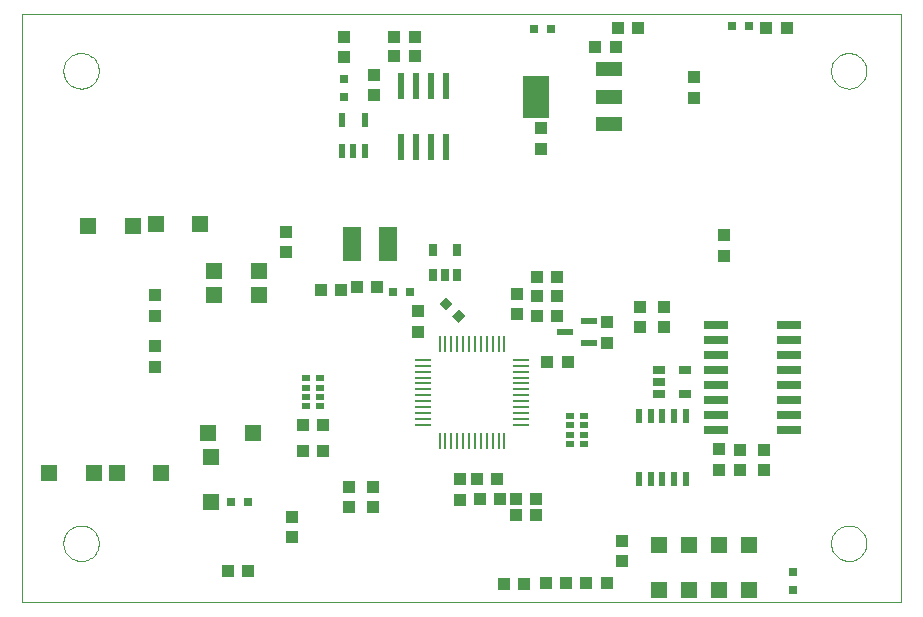
<source format=gtp>
G75*
%MOIN*%
%OFA0B0*%
%FSLAX24Y24*%
%IPPOS*%
%LPD*%
%AMOC8*
5,1,8,0,0,1.08239X$1,22.5*
%
%ADD10C,0.0000*%
%ADD11R,0.0413X0.0425*%
%ADD12R,0.0425X0.0413*%
%ADD13R,0.0433X0.0394*%
%ADD14R,0.0236X0.0866*%
%ADD15R,0.0580X0.0110*%
%ADD16R,0.0110X0.0580*%
%ADD17R,0.0880X0.0480*%
%ADD18R,0.0866X0.1417*%
%ADD19R,0.0551X0.0551*%
%ADD20R,0.0217X0.0472*%
%ADD21R,0.0520X0.0230*%
%ADD22R,0.0394X0.0433*%
%ADD23R,0.0228X0.0512*%
%ADD24R,0.0315X0.0315*%
%ADD25R,0.0800X0.0260*%
%ADD26R,0.0300X0.0400*%
%ADD27R,0.0400X0.0300*%
%ADD28R,0.0256X0.0197*%
%ADD29R,0.0591X0.1142*%
%ADD30R,0.0315X0.0315*%
D10*
X000150Y004729D02*
X000150Y024329D01*
X029450Y024329D01*
X029450Y004729D01*
X000150Y004729D01*
X001528Y006697D02*
X001530Y006745D01*
X001536Y006793D01*
X001546Y006840D01*
X001559Y006886D01*
X001577Y006931D01*
X001597Y006975D01*
X001622Y007017D01*
X001650Y007056D01*
X001680Y007093D01*
X001714Y007127D01*
X001751Y007159D01*
X001789Y007188D01*
X001830Y007213D01*
X001873Y007235D01*
X001918Y007253D01*
X001964Y007267D01*
X002011Y007278D01*
X002059Y007285D01*
X002107Y007288D01*
X002155Y007287D01*
X002203Y007282D01*
X002251Y007273D01*
X002297Y007261D01*
X002342Y007244D01*
X002386Y007224D01*
X002428Y007201D01*
X002468Y007174D01*
X002506Y007144D01*
X002541Y007111D01*
X002573Y007075D01*
X002603Y007037D01*
X002629Y006996D01*
X002651Y006953D01*
X002671Y006909D01*
X002686Y006864D01*
X002698Y006817D01*
X002706Y006769D01*
X002710Y006721D01*
X002710Y006673D01*
X002706Y006625D01*
X002698Y006577D01*
X002686Y006530D01*
X002671Y006485D01*
X002651Y006441D01*
X002629Y006398D01*
X002603Y006357D01*
X002573Y006319D01*
X002541Y006283D01*
X002506Y006250D01*
X002468Y006220D01*
X002428Y006193D01*
X002386Y006170D01*
X002342Y006150D01*
X002297Y006133D01*
X002251Y006121D01*
X002203Y006112D01*
X002155Y006107D01*
X002107Y006106D01*
X002059Y006109D01*
X002011Y006116D01*
X001964Y006127D01*
X001918Y006141D01*
X001873Y006159D01*
X001830Y006181D01*
X001789Y006206D01*
X001751Y006235D01*
X001714Y006267D01*
X001680Y006301D01*
X001650Y006338D01*
X001622Y006377D01*
X001597Y006419D01*
X001577Y006463D01*
X001559Y006508D01*
X001546Y006554D01*
X001536Y006601D01*
X001530Y006649D01*
X001528Y006697D01*
X001528Y022445D02*
X001530Y022493D01*
X001536Y022541D01*
X001546Y022588D01*
X001559Y022634D01*
X001577Y022679D01*
X001597Y022723D01*
X001622Y022765D01*
X001650Y022804D01*
X001680Y022841D01*
X001714Y022875D01*
X001751Y022907D01*
X001789Y022936D01*
X001830Y022961D01*
X001873Y022983D01*
X001918Y023001D01*
X001964Y023015D01*
X002011Y023026D01*
X002059Y023033D01*
X002107Y023036D01*
X002155Y023035D01*
X002203Y023030D01*
X002251Y023021D01*
X002297Y023009D01*
X002342Y022992D01*
X002386Y022972D01*
X002428Y022949D01*
X002468Y022922D01*
X002506Y022892D01*
X002541Y022859D01*
X002573Y022823D01*
X002603Y022785D01*
X002629Y022744D01*
X002651Y022701D01*
X002671Y022657D01*
X002686Y022612D01*
X002698Y022565D01*
X002706Y022517D01*
X002710Y022469D01*
X002710Y022421D01*
X002706Y022373D01*
X002698Y022325D01*
X002686Y022278D01*
X002671Y022233D01*
X002651Y022189D01*
X002629Y022146D01*
X002603Y022105D01*
X002573Y022067D01*
X002541Y022031D01*
X002506Y021998D01*
X002468Y021968D01*
X002428Y021941D01*
X002386Y021918D01*
X002342Y021898D01*
X002297Y021881D01*
X002251Y021869D01*
X002203Y021860D01*
X002155Y021855D01*
X002107Y021854D01*
X002059Y021857D01*
X002011Y021864D01*
X001964Y021875D01*
X001918Y021889D01*
X001873Y021907D01*
X001830Y021929D01*
X001789Y021954D01*
X001751Y021983D01*
X001714Y022015D01*
X001680Y022049D01*
X001650Y022086D01*
X001622Y022125D01*
X001597Y022167D01*
X001577Y022211D01*
X001559Y022256D01*
X001546Y022302D01*
X001536Y022349D01*
X001530Y022397D01*
X001528Y022445D01*
X027118Y022445D02*
X027120Y022493D01*
X027126Y022541D01*
X027136Y022588D01*
X027149Y022634D01*
X027167Y022679D01*
X027187Y022723D01*
X027212Y022765D01*
X027240Y022804D01*
X027270Y022841D01*
X027304Y022875D01*
X027341Y022907D01*
X027379Y022936D01*
X027420Y022961D01*
X027463Y022983D01*
X027508Y023001D01*
X027554Y023015D01*
X027601Y023026D01*
X027649Y023033D01*
X027697Y023036D01*
X027745Y023035D01*
X027793Y023030D01*
X027841Y023021D01*
X027887Y023009D01*
X027932Y022992D01*
X027976Y022972D01*
X028018Y022949D01*
X028058Y022922D01*
X028096Y022892D01*
X028131Y022859D01*
X028163Y022823D01*
X028193Y022785D01*
X028219Y022744D01*
X028241Y022701D01*
X028261Y022657D01*
X028276Y022612D01*
X028288Y022565D01*
X028296Y022517D01*
X028300Y022469D01*
X028300Y022421D01*
X028296Y022373D01*
X028288Y022325D01*
X028276Y022278D01*
X028261Y022233D01*
X028241Y022189D01*
X028219Y022146D01*
X028193Y022105D01*
X028163Y022067D01*
X028131Y022031D01*
X028096Y021998D01*
X028058Y021968D01*
X028018Y021941D01*
X027976Y021918D01*
X027932Y021898D01*
X027887Y021881D01*
X027841Y021869D01*
X027793Y021860D01*
X027745Y021855D01*
X027697Y021854D01*
X027649Y021857D01*
X027601Y021864D01*
X027554Y021875D01*
X027508Y021889D01*
X027463Y021907D01*
X027420Y021929D01*
X027379Y021954D01*
X027341Y021983D01*
X027304Y022015D01*
X027270Y022049D01*
X027240Y022086D01*
X027212Y022125D01*
X027187Y022167D01*
X027167Y022211D01*
X027149Y022256D01*
X027136Y022302D01*
X027126Y022349D01*
X027120Y022397D01*
X027118Y022445D01*
X027118Y006697D02*
X027120Y006745D01*
X027126Y006793D01*
X027136Y006840D01*
X027149Y006886D01*
X027167Y006931D01*
X027187Y006975D01*
X027212Y007017D01*
X027240Y007056D01*
X027270Y007093D01*
X027304Y007127D01*
X027341Y007159D01*
X027379Y007188D01*
X027420Y007213D01*
X027463Y007235D01*
X027508Y007253D01*
X027554Y007267D01*
X027601Y007278D01*
X027649Y007285D01*
X027697Y007288D01*
X027745Y007287D01*
X027793Y007282D01*
X027841Y007273D01*
X027887Y007261D01*
X027932Y007244D01*
X027976Y007224D01*
X028018Y007201D01*
X028058Y007174D01*
X028096Y007144D01*
X028131Y007111D01*
X028163Y007075D01*
X028193Y007037D01*
X028219Y006996D01*
X028241Y006953D01*
X028261Y006909D01*
X028276Y006864D01*
X028288Y006817D01*
X028296Y006769D01*
X028300Y006721D01*
X028300Y006673D01*
X028296Y006625D01*
X028288Y006577D01*
X028276Y006530D01*
X028261Y006485D01*
X028241Y006441D01*
X028219Y006398D01*
X028193Y006357D01*
X028163Y006319D01*
X028131Y006283D01*
X028096Y006250D01*
X028058Y006220D01*
X028018Y006193D01*
X027976Y006170D01*
X027932Y006150D01*
X027887Y006133D01*
X027841Y006121D01*
X027793Y006112D01*
X027745Y006107D01*
X027697Y006106D01*
X027649Y006109D01*
X027601Y006116D01*
X027554Y006127D01*
X027508Y006141D01*
X027463Y006159D01*
X027420Y006181D01*
X027379Y006206D01*
X027341Y006235D01*
X027304Y006267D01*
X027270Y006301D01*
X027240Y006338D01*
X027212Y006377D01*
X027187Y006419D01*
X027167Y006463D01*
X027149Y006508D01*
X027136Y006554D01*
X027126Y006601D01*
X027120Y006649D01*
X027118Y006697D01*
D11*
X018344Y012729D03*
X017656Y012729D03*
X017994Y014929D03*
X017306Y014929D03*
X015994Y008829D03*
X015306Y008829D03*
X016606Y008179D03*
X016606Y007629D03*
X017294Y007629D03*
X017294Y008179D03*
X019256Y023229D03*
X019944Y023229D03*
X013244Y023579D03*
X012556Y023579D03*
D12*
X017450Y020523D03*
X017450Y019834D03*
X022550Y021534D03*
X022550Y022223D03*
X023550Y016973D03*
X023550Y016284D03*
X019650Y014073D03*
X019650Y013384D03*
X023400Y009823D03*
X023400Y009134D03*
X014750Y008823D03*
X014750Y008134D03*
X013350Y013734D03*
X013350Y014423D03*
X004600Y014284D03*
X004600Y014973D03*
X004600Y013273D03*
X004600Y012584D03*
D13*
X008950Y016394D03*
X008950Y017063D03*
X011900Y021644D03*
X011900Y022313D03*
X010900Y022894D03*
X010900Y023563D03*
X016650Y015013D03*
X016650Y014344D03*
X020750Y014563D03*
X020750Y013894D03*
X021550Y013894D03*
X021550Y014563D03*
X024100Y009813D03*
X024100Y009144D03*
X024900Y009144D03*
X024900Y009813D03*
X020150Y006763D03*
X020150Y006094D03*
X011850Y007894D03*
X011850Y008563D03*
X011050Y008563D03*
X011050Y007894D03*
X009150Y007563D03*
X009150Y006894D03*
D14*
X012800Y019905D03*
X013300Y019905D03*
X013800Y019905D03*
X014300Y019905D03*
X014300Y021952D03*
X013800Y021952D03*
X013300Y021952D03*
X012800Y021952D03*
D15*
X013530Y012809D03*
X013530Y012619D03*
X013530Y012419D03*
X013530Y012219D03*
X013530Y012029D03*
X013530Y011829D03*
X013530Y011629D03*
X013530Y011429D03*
X013530Y011239D03*
X013530Y011039D03*
X013530Y010839D03*
X013530Y010649D03*
X016770Y010649D03*
X016770Y010839D03*
X016770Y011039D03*
X016770Y011239D03*
X016770Y011429D03*
X016770Y011629D03*
X016770Y011829D03*
X016770Y012029D03*
X016770Y012219D03*
X016770Y012419D03*
X016770Y012619D03*
X016770Y012809D03*
D16*
X016230Y013349D03*
X016040Y013349D03*
X015840Y013349D03*
X015640Y013349D03*
X015450Y013349D03*
X015250Y013349D03*
X015050Y013349D03*
X014850Y013349D03*
X014660Y013349D03*
X014460Y013349D03*
X014260Y013349D03*
X014070Y013349D03*
X014070Y010109D03*
X014260Y010109D03*
X014460Y010109D03*
X014660Y010109D03*
X014850Y010109D03*
X015050Y010109D03*
X015250Y010109D03*
X015450Y010109D03*
X015640Y010109D03*
X015840Y010109D03*
X016040Y010109D03*
X016230Y010109D03*
D17*
X019720Y020669D03*
X019720Y021579D03*
X019720Y022489D03*
D18*
X017280Y021579D03*
D19*
X008048Y015779D03*
X008048Y014979D03*
X006552Y014979D03*
X006552Y015779D03*
X006098Y017329D03*
X004602Y017329D03*
X003848Y017279D03*
X002352Y017279D03*
X006352Y010379D03*
X006450Y009577D03*
X007848Y010379D03*
X006450Y008081D03*
X004798Y009029D03*
X003302Y009029D03*
X002548Y009029D03*
X001052Y009029D03*
X021400Y006627D03*
X022400Y006627D03*
X023400Y006627D03*
X024400Y006627D03*
X024400Y005131D03*
X023400Y005131D03*
X022400Y005131D03*
X021400Y005131D03*
D20*
X011574Y019767D03*
X011200Y019767D03*
X010826Y019767D03*
X010826Y020791D03*
X011574Y020791D03*
D21*
X019050Y014099D03*
X019050Y013359D03*
X018250Y013729D03*
D22*
X017985Y014279D03*
X017315Y014279D03*
X017315Y015579D03*
X017985Y015579D03*
X011985Y015229D03*
X011315Y015229D03*
X010785Y015129D03*
X010115Y015129D03*
X010185Y010629D03*
X009515Y010629D03*
X009515Y009779D03*
X010185Y009779D03*
X007685Y005779D03*
X007015Y005779D03*
X015415Y008179D03*
X016085Y008179D03*
X016215Y005329D03*
X016885Y005329D03*
X017615Y005379D03*
X018285Y005379D03*
X018965Y005379D03*
X019635Y005379D03*
X013235Y022929D03*
X012565Y022929D03*
X020015Y023879D03*
X020685Y023879D03*
X024965Y023879D03*
X025635Y023879D03*
D23*
X022287Y010926D03*
X021894Y010926D03*
X021500Y010926D03*
X021106Y010926D03*
X020713Y010926D03*
X020713Y008832D03*
X021106Y008832D03*
X021500Y008832D03*
X021894Y008832D03*
X022287Y008832D03*
D24*
X025850Y005724D03*
X025850Y005134D03*
X013095Y015079D03*
X012505Y015079D03*
X010900Y021584D03*
X010900Y022174D03*
X017205Y023829D03*
X017795Y023829D03*
X023805Y023929D03*
X024395Y023929D03*
X007695Y008079D03*
X007105Y008079D03*
D25*
X023290Y010479D03*
X023290Y010979D03*
X023290Y011479D03*
X023290Y011979D03*
X023290Y012479D03*
X023290Y012979D03*
X023290Y013479D03*
X023290Y013979D03*
X025710Y013979D03*
X025710Y013479D03*
X025710Y012979D03*
X025710Y012479D03*
X025710Y011979D03*
X025710Y011479D03*
X025710Y010979D03*
X025710Y010479D03*
D26*
X014650Y015629D03*
X014250Y015629D03*
X013850Y015629D03*
X013850Y016479D03*
X014650Y016479D03*
D27*
X021400Y012479D03*
X021400Y012079D03*
X021400Y011679D03*
X022250Y011679D03*
X022250Y012479D03*
D28*
X018896Y010951D03*
X018896Y010636D03*
X018896Y010321D03*
X018896Y010006D03*
X018404Y010006D03*
X018404Y010321D03*
X018404Y010636D03*
X018404Y010951D03*
X010096Y011256D03*
X010096Y011571D03*
X010096Y011886D03*
X010096Y012201D03*
X009604Y012201D03*
X009604Y011886D03*
X009604Y011571D03*
X009604Y011256D03*
D29*
X011159Y016679D03*
X012341Y016679D03*
D30*
G36*
X014513Y014688D02*
X014291Y014466D01*
X014069Y014688D01*
X014291Y014910D01*
X014513Y014688D01*
G37*
G36*
X014931Y014270D02*
X014709Y014048D01*
X014487Y014270D01*
X014709Y014492D01*
X014931Y014270D01*
G37*
M02*

</source>
